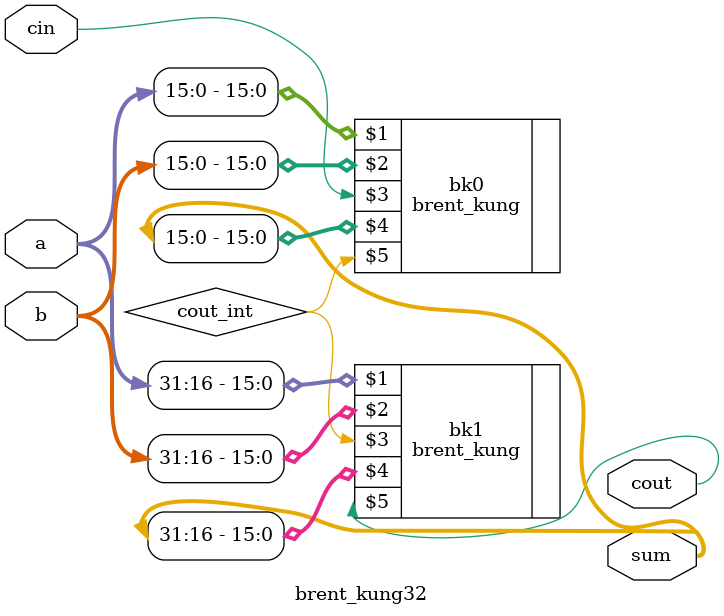
<source format=v>
`include "brent_kung.v"

module brent_kung32(
	input [31:0] a,b,
	input cin,
	output [31:0] sum,
	output cout
);

	wire cout_int;

	brent_kung bk0 (a[15:0],b[15:0],cin,sum[15:0],cout_int);
	brent_kung bk1 (a[31:16],b[31:16],cout_int,sum[31:16],cout);


endmodule
</source>
